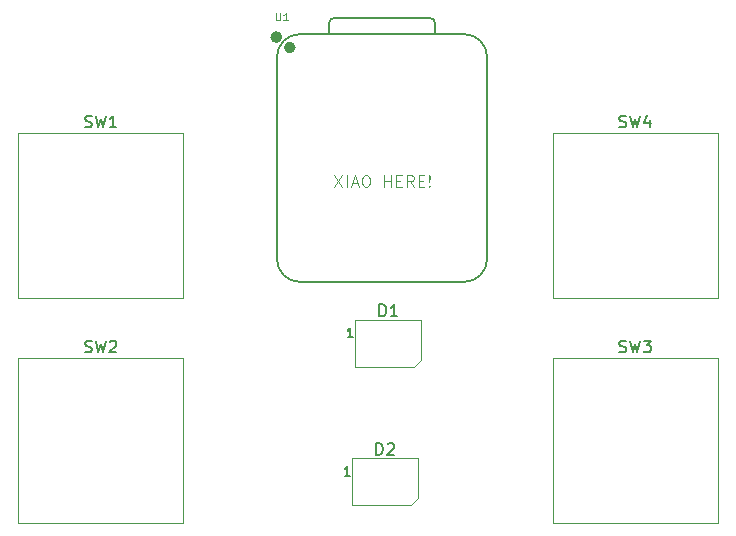
<source format=gbr>
%TF.GenerationSoftware,KiCad,Pcbnew,9.0.2*%
%TF.CreationDate,2025-05-18T21:43:27-07:00*%
%TF.ProjectId,proj,70726f6a-2e6b-4696-9361-645f70636258,rev?*%
%TF.SameCoordinates,Original*%
%TF.FileFunction,Legend,Top*%
%TF.FilePolarity,Positive*%
%FSLAX46Y46*%
G04 Gerber Fmt 4.6, Leading zero omitted, Abs format (unit mm)*
G04 Created by KiCad (PCBNEW 9.0.2) date 2025-05-18 21:43:27*
%MOMM*%
%LPD*%
G01*
G04 APERTURE LIST*
%ADD10C,0.100000*%
%ADD11C,0.101600*%
%ADD12C,0.150000*%
%ADD13C,0.504000*%
%ADD14C,0.127000*%
%ADD15C,0.120000*%
G04 APERTURE END LIST*
D10*
X181708646Y-77572419D02*
X182375312Y-78572419D01*
X182375312Y-77572419D02*
X181708646Y-78572419D01*
X182756265Y-78572419D02*
X182756265Y-77572419D01*
X183184836Y-78286704D02*
X183661026Y-78286704D01*
X183089598Y-78572419D02*
X183422931Y-77572419D01*
X183422931Y-77572419D02*
X183756264Y-78572419D01*
X184280074Y-77572419D02*
X184470550Y-77572419D01*
X184470550Y-77572419D02*
X184565788Y-77620038D01*
X184565788Y-77620038D02*
X184661026Y-77715276D01*
X184661026Y-77715276D02*
X184708645Y-77905752D01*
X184708645Y-77905752D02*
X184708645Y-78239085D01*
X184708645Y-78239085D02*
X184661026Y-78429561D01*
X184661026Y-78429561D02*
X184565788Y-78524800D01*
X184565788Y-78524800D02*
X184470550Y-78572419D01*
X184470550Y-78572419D02*
X184280074Y-78572419D01*
X184280074Y-78572419D02*
X184184836Y-78524800D01*
X184184836Y-78524800D02*
X184089598Y-78429561D01*
X184089598Y-78429561D02*
X184041979Y-78239085D01*
X184041979Y-78239085D02*
X184041979Y-77905752D01*
X184041979Y-77905752D02*
X184089598Y-77715276D01*
X184089598Y-77715276D02*
X184184836Y-77620038D01*
X184184836Y-77620038D02*
X184280074Y-77572419D01*
X185899122Y-78572419D02*
X185899122Y-77572419D01*
X185899122Y-78048609D02*
X186470550Y-78048609D01*
X186470550Y-78572419D02*
X186470550Y-77572419D01*
X186946741Y-78048609D02*
X187280074Y-78048609D01*
X187422931Y-78572419D02*
X186946741Y-78572419D01*
X186946741Y-78572419D02*
X186946741Y-77572419D01*
X186946741Y-77572419D02*
X187422931Y-77572419D01*
X188422931Y-78572419D02*
X188089598Y-78096228D01*
X187851503Y-78572419D02*
X187851503Y-77572419D01*
X187851503Y-77572419D02*
X188232455Y-77572419D01*
X188232455Y-77572419D02*
X188327693Y-77620038D01*
X188327693Y-77620038D02*
X188375312Y-77667657D01*
X188375312Y-77667657D02*
X188422931Y-77762895D01*
X188422931Y-77762895D02*
X188422931Y-77905752D01*
X188422931Y-77905752D02*
X188375312Y-78000990D01*
X188375312Y-78000990D02*
X188327693Y-78048609D01*
X188327693Y-78048609D02*
X188232455Y-78096228D01*
X188232455Y-78096228D02*
X187851503Y-78096228D01*
X188851503Y-78048609D02*
X189184836Y-78048609D01*
X189327693Y-78572419D02*
X188851503Y-78572419D01*
X188851503Y-78572419D02*
X188851503Y-77572419D01*
X188851503Y-77572419D02*
X189327693Y-77572419D01*
X189756265Y-78477180D02*
X189803884Y-78524800D01*
X189803884Y-78524800D02*
X189756265Y-78572419D01*
X189756265Y-78572419D02*
X189708646Y-78524800D01*
X189708646Y-78524800D02*
X189756265Y-78477180D01*
X189756265Y-78477180D02*
X189756265Y-78572419D01*
X189756265Y-78191466D02*
X189708646Y-77620038D01*
X189708646Y-77620038D02*
X189756265Y-77572419D01*
X189756265Y-77572419D02*
X189803884Y-77620038D01*
X189803884Y-77620038D02*
X189756265Y-78191466D01*
X189756265Y-78191466D02*
X189756265Y-77572419D01*
D11*
X176753690Y-63853479D02*
X176753690Y-64367526D01*
X176753690Y-64367526D02*
X176783928Y-64428002D01*
X176783928Y-64428002D02*
X176814166Y-64458241D01*
X176814166Y-64458241D02*
X176874642Y-64488479D01*
X176874642Y-64488479D02*
X176995595Y-64488479D01*
X176995595Y-64488479D02*
X177056071Y-64458241D01*
X177056071Y-64458241D02*
X177086309Y-64428002D01*
X177086309Y-64428002D02*
X177116547Y-64367526D01*
X177116547Y-64367526D02*
X177116547Y-63853479D01*
X177751547Y-64488479D02*
X177388690Y-64488479D01*
X177570118Y-64488479D02*
X177570118Y-63853479D01*
X177570118Y-63853479D02*
X177509642Y-63944193D01*
X177509642Y-63944193D02*
X177449166Y-64004669D01*
X177449166Y-64004669D02*
X177388690Y-64034907D01*
D12*
X205835417Y-73495700D02*
X205978274Y-73543319D01*
X205978274Y-73543319D02*
X206216369Y-73543319D01*
X206216369Y-73543319D02*
X206311607Y-73495700D01*
X206311607Y-73495700D02*
X206359226Y-73448080D01*
X206359226Y-73448080D02*
X206406845Y-73352842D01*
X206406845Y-73352842D02*
X206406845Y-73257604D01*
X206406845Y-73257604D02*
X206359226Y-73162366D01*
X206359226Y-73162366D02*
X206311607Y-73114747D01*
X206311607Y-73114747D02*
X206216369Y-73067128D01*
X206216369Y-73067128D02*
X206025893Y-73019509D01*
X206025893Y-73019509D02*
X205930655Y-72971890D01*
X205930655Y-72971890D02*
X205883036Y-72924271D01*
X205883036Y-72924271D02*
X205835417Y-72829033D01*
X205835417Y-72829033D02*
X205835417Y-72733795D01*
X205835417Y-72733795D02*
X205883036Y-72638557D01*
X205883036Y-72638557D02*
X205930655Y-72590938D01*
X205930655Y-72590938D02*
X206025893Y-72543319D01*
X206025893Y-72543319D02*
X206263988Y-72543319D01*
X206263988Y-72543319D02*
X206406845Y-72590938D01*
X206740179Y-72543319D02*
X206978274Y-73543319D01*
X206978274Y-73543319D02*
X207168750Y-72829033D01*
X207168750Y-72829033D02*
X207359226Y-73543319D01*
X207359226Y-73543319D02*
X207597322Y-72543319D01*
X208406845Y-72876652D02*
X208406845Y-73543319D01*
X208168750Y-72495700D02*
X207930655Y-73209985D01*
X207930655Y-73209985D02*
X208549702Y-73209985D01*
X205835417Y-92545700D02*
X205978274Y-92593319D01*
X205978274Y-92593319D02*
X206216369Y-92593319D01*
X206216369Y-92593319D02*
X206311607Y-92545700D01*
X206311607Y-92545700D02*
X206359226Y-92498080D01*
X206359226Y-92498080D02*
X206406845Y-92402842D01*
X206406845Y-92402842D02*
X206406845Y-92307604D01*
X206406845Y-92307604D02*
X206359226Y-92212366D01*
X206359226Y-92212366D02*
X206311607Y-92164747D01*
X206311607Y-92164747D02*
X206216369Y-92117128D01*
X206216369Y-92117128D02*
X206025893Y-92069509D01*
X206025893Y-92069509D02*
X205930655Y-92021890D01*
X205930655Y-92021890D02*
X205883036Y-91974271D01*
X205883036Y-91974271D02*
X205835417Y-91879033D01*
X205835417Y-91879033D02*
X205835417Y-91783795D01*
X205835417Y-91783795D02*
X205883036Y-91688557D01*
X205883036Y-91688557D02*
X205930655Y-91640938D01*
X205930655Y-91640938D02*
X206025893Y-91593319D01*
X206025893Y-91593319D02*
X206263988Y-91593319D01*
X206263988Y-91593319D02*
X206406845Y-91640938D01*
X206740179Y-91593319D02*
X206978274Y-92593319D01*
X206978274Y-92593319D02*
X207168750Y-91879033D01*
X207168750Y-91879033D02*
X207359226Y-92593319D01*
X207359226Y-92593319D02*
X207597322Y-91593319D01*
X207883036Y-91593319D02*
X208502083Y-91593319D01*
X208502083Y-91593319D02*
X208168750Y-91974271D01*
X208168750Y-91974271D02*
X208311607Y-91974271D01*
X208311607Y-91974271D02*
X208406845Y-92021890D01*
X208406845Y-92021890D02*
X208454464Y-92069509D01*
X208454464Y-92069509D02*
X208502083Y-92164747D01*
X208502083Y-92164747D02*
X208502083Y-92402842D01*
X208502083Y-92402842D02*
X208454464Y-92498080D01*
X208454464Y-92498080D02*
X208406845Y-92545700D01*
X208406845Y-92545700D02*
X208311607Y-92593319D01*
X208311607Y-92593319D02*
X208025893Y-92593319D01*
X208025893Y-92593319D02*
X207930655Y-92545700D01*
X207930655Y-92545700D02*
X207883036Y-92498080D01*
X160591667Y-92545700D02*
X160734524Y-92593319D01*
X160734524Y-92593319D02*
X160972619Y-92593319D01*
X160972619Y-92593319D02*
X161067857Y-92545700D01*
X161067857Y-92545700D02*
X161115476Y-92498080D01*
X161115476Y-92498080D02*
X161163095Y-92402842D01*
X161163095Y-92402842D02*
X161163095Y-92307604D01*
X161163095Y-92307604D02*
X161115476Y-92212366D01*
X161115476Y-92212366D02*
X161067857Y-92164747D01*
X161067857Y-92164747D02*
X160972619Y-92117128D01*
X160972619Y-92117128D02*
X160782143Y-92069509D01*
X160782143Y-92069509D02*
X160686905Y-92021890D01*
X160686905Y-92021890D02*
X160639286Y-91974271D01*
X160639286Y-91974271D02*
X160591667Y-91879033D01*
X160591667Y-91879033D02*
X160591667Y-91783795D01*
X160591667Y-91783795D02*
X160639286Y-91688557D01*
X160639286Y-91688557D02*
X160686905Y-91640938D01*
X160686905Y-91640938D02*
X160782143Y-91593319D01*
X160782143Y-91593319D02*
X161020238Y-91593319D01*
X161020238Y-91593319D02*
X161163095Y-91640938D01*
X161496429Y-91593319D02*
X161734524Y-92593319D01*
X161734524Y-92593319D02*
X161925000Y-91879033D01*
X161925000Y-91879033D02*
X162115476Y-92593319D01*
X162115476Y-92593319D02*
X162353572Y-91593319D01*
X162686905Y-91688557D02*
X162734524Y-91640938D01*
X162734524Y-91640938D02*
X162829762Y-91593319D01*
X162829762Y-91593319D02*
X163067857Y-91593319D01*
X163067857Y-91593319D02*
X163163095Y-91640938D01*
X163163095Y-91640938D02*
X163210714Y-91688557D01*
X163210714Y-91688557D02*
X163258333Y-91783795D01*
X163258333Y-91783795D02*
X163258333Y-91879033D01*
X163258333Y-91879033D02*
X163210714Y-92021890D01*
X163210714Y-92021890D02*
X162639286Y-92593319D01*
X162639286Y-92593319D02*
X163258333Y-92593319D01*
X160591667Y-73495700D02*
X160734524Y-73543319D01*
X160734524Y-73543319D02*
X160972619Y-73543319D01*
X160972619Y-73543319D02*
X161067857Y-73495700D01*
X161067857Y-73495700D02*
X161115476Y-73448080D01*
X161115476Y-73448080D02*
X161163095Y-73352842D01*
X161163095Y-73352842D02*
X161163095Y-73257604D01*
X161163095Y-73257604D02*
X161115476Y-73162366D01*
X161115476Y-73162366D02*
X161067857Y-73114747D01*
X161067857Y-73114747D02*
X160972619Y-73067128D01*
X160972619Y-73067128D02*
X160782143Y-73019509D01*
X160782143Y-73019509D02*
X160686905Y-72971890D01*
X160686905Y-72971890D02*
X160639286Y-72924271D01*
X160639286Y-72924271D02*
X160591667Y-72829033D01*
X160591667Y-72829033D02*
X160591667Y-72733795D01*
X160591667Y-72733795D02*
X160639286Y-72638557D01*
X160639286Y-72638557D02*
X160686905Y-72590938D01*
X160686905Y-72590938D02*
X160782143Y-72543319D01*
X160782143Y-72543319D02*
X161020238Y-72543319D01*
X161020238Y-72543319D02*
X161163095Y-72590938D01*
X161496429Y-72543319D02*
X161734524Y-73543319D01*
X161734524Y-73543319D02*
X161925000Y-72829033D01*
X161925000Y-72829033D02*
X162115476Y-73543319D01*
X162115476Y-73543319D02*
X162353572Y-72543319D01*
X163258333Y-73543319D02*
X162686905Y-73543319D01*
X162972619Y-73543319D02*
X162972619Y-72543319D01*
X162972619Y-72543319D02*
X162877381Y-72686176D01*
X162877381Y-72686176D02*
X162782143Y-72781414D01*
X162782143Y-72781414D02*
X162686905Y-72829033D01*
X185255655Y-101261069D02*
X185255655Y-100261069D01*
X185255655Y-100261069D02*
X185493750Y-100261069D01*
X185493750Y-100261069D02*
X185636607Y-100308688D01*
X185636607Y-100308688D02*
X185731845Y-100403926D01*
X185731845Y-100403926D02*
X185779464Y-100499164D01*
X185779464Y-100499164D02*
X185827083Y-100689640D01*
X185827083Y-100689640D02*
X185827083Y-100832497D01*
X185827083Y-100832497D02*
X185779464Y-101022973D01*
X185779464Y-101022973D02*
X185731845Y-101118211D01*
X185731845Y-101118211D02*
X185636607Y-101213450D01*
X185636607Y-101213450D02*
X185493750Y-101261069D01*
X185493750Y-101261069D02*
X185255655Y-101261069D01*
X186208036Y-100356307D02*
X186255655Y-100308688D01*
X186255655Y-100308688D02*
X186350893Y-100261069D01*
X186350893Y-100261069D02*
X186588988Y-100261069D01*
X186588988Y-100261069D02*
X186684226Y-100308688D01*
X186684226Y-100308688D02*
X186731845Y-100356307D01*
X186731845Y-100356307D02*
X186779464Y-100451545D01*
X186779464Y-100451545D02*
X186779464Y-100546783D01*
X186779464Y-100546783D02*
X186731845Y-100689640D01*
X186731845Y-100689640D02*
X186160417Y-101261069D01*
X186160417Y-101261069D02*
X186779464Y-101261069D01*
X183022321Y-103043545D02*
X182565178Y-103043545D01*
X182793750Y-103043545D02*
X182793750Y-102243545D01*
X182793750Y-102243545D02*
X182717559Y-102357830D01*
X182717559Y-102357830D02*
X182641369Y-102434021D01*
X182641369Y-102434021D02*
X182565178Y-102472116D01*
X185511905Y-89529819D02*
X185511905Y-88529819D01*
X185511905Y-88529819D02*
X185750000Y-88529819D01*
X185750000Y-88529819D02*
X185892857Y-88577438D01*
X185892857Y-88577438D02*
X185988095Y-88672676D01*
X185988095Y-88672676D02*
X186035714Y-88767914D01*
X186035714Y-88767914D02*
X186083333Y-88958390D01*
X186083333Y-88958390D02*
X186083333Y-89101247D01*
X186083333Y-89101247D02*
X186035714Y-89291723D01*
X186035714Y-89291723D02*
X185988095Y-89386961D01*
X185988095Y-89386961D02*
X185892857Y-89482200D01*
X185892857Y-89482200D02*
X185750000Y-89529819D01*
X185750000Y-89529819D02*
X185511905Y-89529819D01*
X187035714Y-89529819D02*
X186464286Y-89529819D01*
X186750000Y-89529819D02*
X186750000Y-88529819D01*
X186750000Y-88529819D02*
X186654762Y-88672676D01*
X186654762Y-88672676D02*
X186559524Y-88767914D01*
X186559524Y-88767914D02*
X186464286Y-88815533D01*
X183278571Y-91312295D02*
X182821428Y-91312295D01*
X183050000Y-91312295D02*
X183050000Y-90512295D01*
X183050000Y-90512295D02*
X182973809Y-90626580D01*
X182973809Y-90626580D02*
X182897619Y-90702771D01*
X182897619Y-90702771D02*
X182821428Y-90740866D01*
%TO.C,U1*%
D13*
X178182500Y-66780000D02*
G75*
G02*
X177678500Y-66780000I-252000J0D01*
G01*
X177678500Y-66780000D02*
G75*
G02*
X178182500Y-66780000I252000J0D01*
G01*
X177039500Y-65900000D02*
G75*
G02*
X176535500Y-65900000I-252000J0D01*
G01*
X176535500Y-65900000D02*
G75*
G02*
X177039500Y-65900000I252000J0D01*
G01*
D14*
X194627500Y-84709000D02*
G75*
G02*
X192722500Y-86614000I-1905000J0D01*
G01*
X192722500Y-65659000D02*
G75*
G02*
X194627500Y-67564000I0J-1905000D01*
G01*
X189741500Y-64249000D02*
G75*
G02*
X190241500Y-64749000I0J-500000D01*
G01*
X181246228Y-64748728D02*
G75*
G02*
X181746228Y-64249001I500018J-291D01*
G01*
X178752500Y-86614000D02*
G75*
G02*
X176847500Y-84709000I1J1905001D01*
G01*
X176847500Y-67564000D02*
G75*
G02*
X178752500Y-65659000I1905001J-1D01*
G01*
X194627500Y-84709000D02*
X194627500Y-67564000D01*
X192722500Y-65659000D02*
X178752500Y-65659000D01*
D10*
X192722500Y-65659000D02*
X178752500Y-65659000D01*
D14*
X190241500Y-64749000D02*
X190241500Y-65659000D01*
X181746228Y-64249000D02*
X189741500Y-64249000D01*
X181242500Y-65659000D02*
X181246228Y-64748728D01*
X178752500Y-86614000D02*
X192722500Y-86614000D01*
X176847500Y-84709000D02*
X176847500Y-67564000D01*
D15*
%TO.C,SW4*%
X200183750Y-73977500D02*
X214153750Y-73977500D01*
X200183750Y-87947500D02*
X200183750Y-73977500D01*
X214153750Y-73977500D02*
X214153750Y-87947500D01*
X214153750Y-87947500D02*
X200183750Y-87947500D01*
%TO.C,SW3*%
X200183750Y-93027500D02*
X214153750Y-93027500D01*
X200183750Y-106997500D02*
X200183750Y-93027500D01*
X214153750Y-93027500D02*
X214153750Y-106997500D01*
X214153750Y-106997500D02*
X200183750Y-106997500D01*
%TO.C,SW2*%
X154940000Y-93027500D02*
X168910000Y-93027500D01*
X154940000Y-106997500D02*
X154940000Y-93027500D01*
X168910000Y-93027500D02*
X168910000Y-106997500D01*
X168910000Y-106997500D02*
X154940000Y-106997500D01*
%TO.C,SW1*%
X154940000Y-73977500D02*
X168910000Y-73977500D01*
X154940000Y-87947500D02*
X154940000Y-73977500D01*
X168910000Y-73977500D02*
X168910000Y-87947500D01*
X168910000Y-87947500D02*
X154940000Y-87947500D01*
%TO.C,D2*%
X183193750Y-101556250D02*
X183193750Y-105556250D01*
X183193750Y-101556250D02*
X188793750Y-101556250D01*
X183193750Y-105556250D02*
X188193750Y-105556250D01*
X188793750Y-104956250D02*
X188193750Y-105556250D01*
X188793750Y-104956250D02*
X188793750Y-101556250D01*
%TO.C,D1*%
X183450000Y-89825000D02*
X183450000Y-93825000D01*
X183450000Y-89825000D02*
X189050000Y-89825000D01*
X183450000Y-93825000D02*
X188450000Y-93825000D01*
X189050000Y-93225000D02*
X188450000Y-93825000D01*
X189050000Y-93225000D02*
X189050000Y-89825000D01*
%TD*%
M02*

</source>
